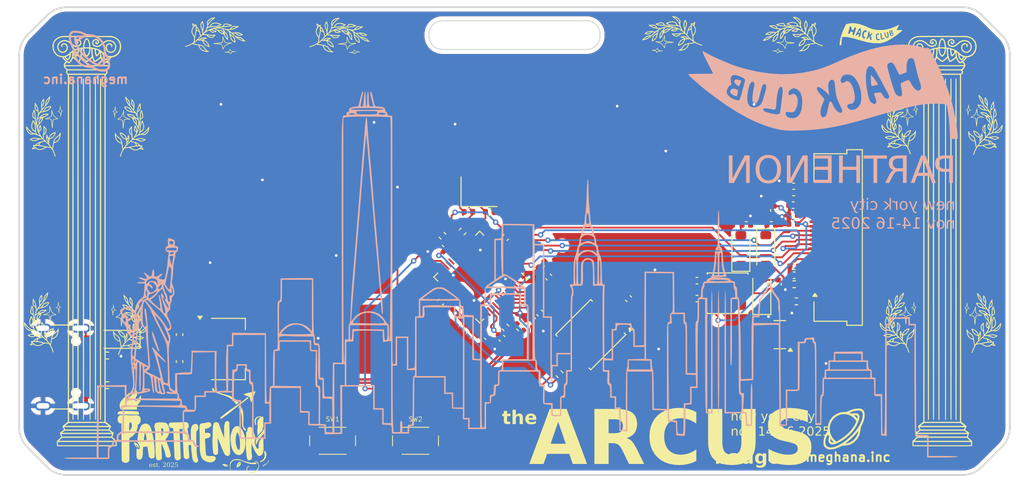
<source format=kicad_pcb>
(kicad_pcb (version 20241229) (generator "pcbnew") (generator_version "9.0")
  (title_block (title "Arcus Badge") (date "2025-10-24") (rev "2025-10-31") (company "Hack Club"))
  (layers (0 "F.Cu" signal) (2 "B.Cu" signal) (13 "F.Paste" user) (15 "B.Paste" user) (5 "F.SilkS" user "F.Silkscreen") (7 "B.SilkS" user "B.Silkscreen") (1 "F.Mask" user) (3 "B.Mask" user) (25 "Edge.Cuts" user))
  (net 0 "")
  (net 1 "Net-(U1-VCOM)")
  (net 2 "GND")
  (net 3 "Net-(U1-VSL)")
  (net 4 "/VGH")
  (net 5 "Net-(U1-VSH1)")
  (net 6 "Net-(U1-VDD)")
  (net 7 "+3V3")
  (net 8 "Net-(U1-VGL{slash}NC)")
  (net 9 "Net-(U1-VSH2)")
  (net 10 "/VGL")
  (net 11 "+1V1")
  (net 12 "/XIN")
  (net 13 "Net-(C26-Pad2)")
  (net 14 "Net-(D7-A)")
  (net 15 "Net-(D5-K)")
  (net 16 "Net-(U1-VPP)")
  (net 17 "+5V")
  (net 18 "Net-(D1-A)")
  (net 20 "/USB_D+")
  (net 21 "/USB_D-")
  (net 22 "Net-(J2-CC2)")
  (net 23 "Net-(J2-CC1)")
  (net 25 "/RESE")
  (net 26 "/GDR")
  (net 27 "Net-(U2-USB_DP)")
  (net 28 "Net-(U2-USB_DM)")
  (net 29 "Net-(R5-Pad1)")
  (net 30 "/XOUT")
  (net 31 "Net-(U2-RUN)")
  (net 32 "/NP2")
  (net 33 "/NP1")
  (net 35 "/D{slash}C")
  (net 36 "/CLK")
  (net 38 "/MOSI")
  (net 39 "/CS")
  (net 41 "/BUSY")
  (net 42 "/RST")
  (net 51 "/QSPI_SD2")
  (net 52 "/QSPI_SD1")
  (net 56 "/QSPI_SD0")
  (net 59 "/QSPI_CLK")
  (net 72 "/QSPI_SD3")
  (footprint "Capacitor_SMD:C_0402_1005Metric" (layer "F.Cu") (at 139.871142 75.743223)
    (property "Reference" "C26" (hide yes))
    (property "Value" "15pF")
  )
  (footprint "Resistor_SMD:R_0402_1005Metric" (layer "F.Cu") (at 145.6 88.6 135)
    (property "Reference" "R1" (hide yes))
    (property "Value" "27.4Ω")
  )
  (footprint "Resistor_SMD:R_0402_1005Metric" (layer "F.Cu") (at 176.062742 83.8 180)
    (property "Reference" "R11" (hide yes))
    (property "Value" "0.47Ω")
  )
  (footprint "Capacitor_SMD:C_0402_1005Metric" (layer "F.Cu") (at 176.062742 82.8)
    (property "Reference" "C8" (hide yes))
    (property "Value" "1μF")
  )
  (footprint "Capacitor_SMD:C_0402_1005Metric" (layer "F.Cu") (at 175.937258 76.1)
    (property "Reference" "C28" (hide yes))
    (property "Value" "1μF")
  )
  (footprint "LOGO" (layer "F.Cu") (at 111.6 56.4 -90)
    (property "Reference" "G***" (hide yes))
    (property "Value" "LOGO" (hide yes))
  )
  (footprint "Inductor_SMD:L_APV_ANR4018" (layer "F.Cu") (at 168.662742 84.8)
    (property "Reference" "L2" (hide yes))
    (property "Value" "10μH 1A")
  )
  (footprint "Capacitor_SMD:C_0402_1005Metric" (layer "F.Cu") (at 136.8 79.8 135)
    (property "Reference" "C22" (hide yes))
    (property "Value" "100nF")
  )
  (footprint "LOGO" (layer "F.Cu") (at 162.4 56.246336 90)
    (property "Reference" "G***" (hide yes))
    (property "Value" "LOGO" (hide yes))
  )
  (footprint "arcus:SW_Push_SPST_TSA016" (layer "F.Cu") (at 124.8 101.2)
    (property "Reference" "SW1")
    (property "Value" "SW_PUSH")
  )
  (footprint "LOGO" (layer "F.Cu") (at 102.2 66.186492)
    (property "Reference" "G***" (hide yes))
    (property "Value" "LOGO" (hide yes))
  )
  (footprint "Capacitor_SMD:C_0402_1005Metric" (layer "F.Cu") (at 174.262742 83.8 -90)
    (property "Reference" "C27" (hide yes))
    (property "Value" "4.7μF")
  )
  (footprint "Capacitor_SMD:C_0402_1005Metric" (layer "F.Cu") (at 173.8 75.6 90)
    (property "Reference" "C6" (hide yes))
    (property "Value" "100nF")
  )
  (footprint "Diode_SMD:D_SOD-123" (layer "F.Cu") (at 170.137258 80 90)
    (property "Reference" "D5" (hide yes))
    (property "Value" "MBR0530")
  )
  (footprint "Diode_SMD:D_SOD-123" (layer "F.Cu") (at 172.462742 84.8 90)
    (property "Reference" "D6" (hide yes))
    (property "Value" "MBR0530")
  )
  (footprint "arcus:SW_Push_SPST_TSA016" (layer "F.Cu") (at 134 101.2)
    (property "Reference" "SW2")
    (property "Value" "SW_Push")
  )
  (footprint "LOGO" (layer "F.Cu") (at 187.820365 88.223508)
    (property "Reference" "G***" (hide yes))
    (property "Value" "LOGO" (hide yes))
  )
  (footprint "Capacitor_SMD:C_0402_1005Metric" (layer "F.Cu") (at 142.251142 75.743223 180)
    (property "Reference" "C25" (hide yes))
    (property "Value" "15pF")
  )
  (footprint "LOGO" (layer "F.Cu") (at 109.2 99.8)
    (property "Reference" "G***" (hide yes))
    (property "Value" "LOGO" (hide yes))
  )
  (footprint "Package_TO_SOT_SMD:SOT-223-3_TabPin2" (layer "F.Cu") (at 113.2 91)
    (property "Reference" "U3" (hide yes))
    (property "Value" "AMS1117-3.3")
  )
  (footprint "Connector_USB:USB_C_Receptacle_GCT_USB4105-xx-A_16P_TopMnt_Horizontal" (layer "F.Cu") (at 93.71 93 -90)
    (property "Reference" "J2" (hide yes))
    (property "Value" "USB_C_Receptacle_USB2.0_16P")
  )
  (footprint "Capacitor_SMD:C_0402_1005Metric" (layer "F.Cu") (at 139.2 88.6 -135)
    (property "Reference" "C13" (hide yes))
    (property "Value" "1μF")
  )
  (footprint "Resistor_SMD:R_0402_1005Metric" (layer "F.Cu") (at 137 78.4 135)
    (property "Reference" "R7" (hide yes))
    (property "Value" "10kΩ")
  )
  (footprint "Capacitor_SMD:C_0402_1005Metric" (layer "F.Cu") (at 176 72.2)
    (property "Reference" "C1" (hide yes))
    (property "Value" "1μF")
  )
  (footprint "LOGO" (layer "F.Cu") (at 93.025055 66.41)
    (property "Reference" "G***" (hide yes))
    (property "Value" "LOGO" (hide yes))
  )
  (footprint "LOGO" (layer "F.Cu") (at 125.4 56.436661 -90)
    (property "Reference" "G***" (hide yes))
    (property "Value" "LOGO" (hide yes))
  )
  (footprint "Capacitor_SMD:C_0402_1005Metric" (layer "F.Cu") (at 165.262742 83.4 180)
    (property "Reference" "C29" (hide yes))
    (property "Value" "4.7μF")
  )
  (footprint "Capacitor_SMD:C_0402_1005Metric" (layer "F.Cu") (at 142 89.6 -45)
    (property "Reference" "C17" (hide yes))
    (property "Value" "100nF")
  )
  (footprint "Package_SO:SOIC-8_5.3x5.3mm_P1.27mm" (layer "F.Cu") (at 153.462742 89.4 -135)
    (property "Reference" "U4" (hide yes))
    (property "Value" "W25Q128JVSIQ")
  )
  (footprint "LOGO" (layer "F.Cu") (at 97.502235 80.700076)
    (property "Reference" "G***" (hide yes))
    (property "Value" "LOGO" (hide yes))
  )
  (footprint "Capacitor_SMD:C_0402_1005Metric" (layer "F.Cu") (at 173.5 77.2 180)
    (property "Reference" "C3" (hide yes))
    (property "Value" "1μF")
  )
  (footprint "Resistor_SMD:R_0402_1005Metric" (layer "F.Cu") (at 139.23 77.93 -135)
    (property "Reference" "R6" (hide yes))
    (property "Value" "1kΩ")
  )
  (footprint "LOGO" (layer "F.Cu") (at 175.8 56.313521 90)
    (property "Reference" "G***" (hide yes))
    (property "Value" "LOGO" (hide yes))
  )
  (footprint "Package_TO_SOT_SMD:SOT-23" (layer "F.Cu") (at 174.462742 89.4 180)
    (property "Reference" "Q3" (hide yes))
    (property "Value" "IRLML2060")
  )
  (footprint "Resistor_SMD:R_0402_1005Metric" (layer "F.Cu") (at 150 93.8 -45)
    (property "Reference" "R5" (hide yes))
    (property "Value" "1kΩ")
  )
  (footprint "Resistor_SMD:R_0402_1005Metric" (layer "F.Cu") (at 176.3 85.7 180)
    (property "Reference" "R10" (hide yes))
    (property "Value" "10kΩ")
  )
  (footprint "LOGO" (layer "F.Cu") (at 192.502235 80.700076)
    (property "Reference" "G***" (hide yes))
    (property "Value" "LOGO" (hide yes))
  )
  (footprint "LOGO" (layer "F.Cu") (at 92.8 88.2)
    (property "Reference" "G***" (hide yes))
    (property "Value" "LOGO" (hide yes))
  )
  (footprint "Capacitor_SMD:C_0402_1005Metric" (layer "F.Cu") (at 175.937258 75)
    (property "Reference" "C4" (hide yes))
    (property "Value" "1μF")
  )
  (footprint "Capacitor_SMD:C_0402_1005Metric" (layer "F.Cu") (at 143.6 89.8 -45)
    (property "Reference" "C21" (hide yes))
    (property "Value" "1μF")
  )
  (footprint "Capacitor_SMD:C_0402_1005Metric" (layer "F.Cu") (at 165.262742 85.4)
    (property "Reference" "C7")
    (property "Value" "1μF")
  )
  (footprint "LOGO" (layer "F.Cu") (at 184.6 56)
    (property "Reference" "G***" (hide yes))
    (property "Value" "LOGO" (hide yes))
  )
  (footprint "Capacitor_SMD:C_0402_1005Metric" (layer "F.Cu") (at 107.8 89.4 90)
    (property "Reference" "C11" (hide yes))
    (property "Value" "10μF")
  )
  (footprint "LOGO" (layer "F.Cu") (at 102.007838 88.2)
    (property "Reference" "G***" (hide yes))
    (property "Value" "LOGO" (hide yes))
  )
  (footprint "Capacitor_SMD:C_0402_1005Metric" (layer "F.Cu") (at 176.062742 81.8)
    (property "Reference" "C9" (hide yes))
    (property "Value" "1μF")
  )
  (footprint "LOGO" (layer "F.Cu") (at 196.787472 88)
    (property "Reference" "G***" (hide yes))
    (property "Value" "LOGO" (hide yes))
  )
  (footprint "Capacitor_SMD:C_0402_1005Metric" (layer "F.Cu") (at 147 87.8 -45)
    (property "Reference" "C16" (hide yes))
    (property "Value" "100nF")
  )
  (footprint "Resistor_SMD:R_0402_1005Metric" (layer "F.Cu") (at 99.785 91.72)
    (property "Reference" "R3" (hide yes))
    (property "Value" "5.1kΩ")
  )
  (footprint "Capacitor_SMD:C_0402_1005Metric" (layer "F.Cu") (at 136.8 85.8 -135)
    (property "Reference" "C20" (hide yes))
    (property "Value" "100nF")
  )
  (footprint "Capacitor_SMD:C_0402_1005Metric" (layer "F.Cu") (at 144 78.6 45)
    (property "Reference" "C18" (hide yes))
    (property "Value" "100nF")
  )
  (footprint "Capacitor_SMD:C_0402_1005Metric" (layer "F.Cu") (at 175.937258 77.1)
    (property "Reference" "C5" (hide yes))
    (property "Value" "1μF")
  )
  (footprint "arcus:LCSC_1x24-1MP_P0.5mm_Horizontal" (layer "F.Cu") (at 181.262742 78.6 90)
    (property "Reference" "U1" (hide yes))
    (property "Value" "AFC07-S24FCA-00")
  )
  (footprint "LOGO" (layer "F.Cu") (at 196.967107 65.976492)
    (property "Reference" "G***" (hide yes))
    (property "Value" "LOGO" (hide yes))
  )
  (footprint "Capacitor_SMD:C_0402_1005Metric" (layer "F.Cu") (at 140 89.4 -135)
    (property "Reference" "C19" (hide yes))
    (property "Value" "100nF")
  )
  (footprint "Resistor_SMD:R_0402_1005Metric" (layer "F.Cu") (at 144 88.6 135)
    (property "Reference" "R2" (hide yes))
    (property "Value" "27.4Ω")
  )
  (footprint "Capacitor_SMD:C_0402_1005Metric" (layer "F.Cu") (at 148 81.6 45)
    (property "Reference" "C15" (hide yes))
    (property "Value" "100nF")
  )
  (footprint "Capacitor_SMD:C_0402_1005Metric" (layer "F.Cu") (at 147.8 87 -45)
    (property "Reference" "C23" (hide yes))
    (property "Value" "100nF")
  )
  (footprint "Capacitor_SMD:C_0402_1005Metric" (layer "F.Cu") (at 176 73.6)
    (property "Reference" "C2" (hide yes))
    (property "Value" "1μF")
  )
  (footprint "Diode_SMD:D_SOD-123" (layer "F.Cu") (at 172.9 80 -90)
    (property "Reference" "D7" (hide yes))
    (property "Value" "MBR0530")
  )
  (footprint "LOGO" (layer "F.Cu") (at 181.6 100)
    (property "Reference" "G***" (hide yes))
    (property "Value" "LOGO" (hide yes))
  )
  (footprint "Resistor_SMD:R_0402_1005Metric" (layer "F.Cu") (at 99.8 95.02)
    (property "Reference" "R4" (hide yes))
    (property "Value" "5.1kΩ")
  )
  (footprint "Capacitor_SMD:C_0402_1005Metric" (layer "F.Cu") (at 170.737258 77.2 180)
    (property "Reference" "C10" (hide yes))
    (property "Value" "1μF")
  )
  (footprint "Crystal:Crystal_SMD_Abracon_ABM8G-4Pin_3.2x2.5mm" (layer "F.Cu") (at 141.06 73.51)
    (property "Reference" "Y1" (hide yes))
    (property "Value" "ABM8-272-T3")
  )
  (footprint "Diode_SMD:D_SOD-123" (layer "F.Cu") (at 101.055 89.92 180)
    (property "Reference" "D1" (hide yes))
    (property "Value" "MBR0530")
  )
  (footprint "LOGO" (layer "F.Cu") (at 188 66.2)
    (property "Reference" "G***" (hide yes))
    (property "Value" "LOGO" (hide yes))
  )
  (footprint "Capacitor_SMD:C_0402_1005Metric" (layer "F.Cu") (at 157.662742 85.4 135)
    (property "Reference" "C24" (hide yes))
    (property "Value" "100nF")
  )
  (footprint "Package_DFN_QFN:QFN-56-1EP_7x7mm_P0.4mm_EP3.2x3.2mm" (layer "F.Cu") (at 141.131371 83 -135)
    (property "Reference" "U2" (hide yes))
    (property "Value" "RP2040")
  )
  (footprint "Capacitor_SMD:C_0402_1005Metric" (layer "F.Cu") (at 148.8 83 -45)
    (property "Reference" "C14" (hide yes))
    (property "Value" "100nF")
  )
  (footprint "Capacitor_SMD:C_0402_1005Metric" (layer "F.Cu") (at 107.8 92.4 90)
    (property "Reference" "C12" (hide yes))
    (property "Value" "10μF")
  )
  (footprint "LOGO" (layer "B.Cu") (at 97.8 58 180)
    (property "Reference" "G***" (hide yes))
    (property "Value" "LOGO" (hide yes))
  )
  (footprint "LOGO" (layer "B.Cu") (at 146.488398 82.843587 180)
    (property "Reference" "G***" (hide yes))
    (property "Value" "LOGO" (hide yes))
  )
  (footprint "LOGO" (layer "B.Cu") (at 179.2 62.4 180)
    (property "Reference" "G***" (hide yes))
    (property "Value" "LOGO" (hide yes))
  )
  (gr_arc (start 90 58.242641) (mid 90.228348 57.094582) (end 90.878679 56.121321) (stroke (width 0.2)) (layer "Edge.Cuts"))
  (gr_arc (start 135.5 56) (mid 135.93934 54.93934) (end 137 54.5) (stroke (width 0.1)) (layer "Edge.Cuts"))
  (gr_line (start 194.757359 53) (end 95.242641 53) (stroke (width 0.2)) (layer "Edge.Cuts"))
  (gr_arc (start 153 54.5) (mid 154.06066 54.93934) (end 154.5 56) (stroke (width 0.1)) (layer "Edge.Cuts"))
  (gr_line (start 196.87868 53.87868) (end 199.121321 56.121321) (stroke (width 0.2)) (layer "Edge.Cuts"))
  (gr_arc (start 95.242641 105) (mid 94.09459 104.771638) (end 93.12132 104.12132) (stroke (width 0.2)) (layer "Edge.Cuts"))
  (gr_line (start 154.5 56) (end 154.5 56.2) (stroke (width 0.1)) (layer "Edge.Cuts"))
  (gr_arc (start 194.757359 53) (mid 195.90541 53.228362) (end 196.87868 53.87868) (stroke (width 0.2)) (layer "Edge.Cuts"))
  (gr_line (start 194.757359 105) (end 95.242641 105) (stroke (width 0.2)) (layer "Edge.Cuts"))
  (gr_arc (start 196.878679 104.121321) (mid 195.905407 104.771626) (end 194.757359 105) (stroke (width 0.2)) (layer "Edge.Cuts"))
  (gr_arc (start 90.878679 101.878679) (mid 90.228361 100.905409) (end 90 99.757359) (stroke (width 0.2)) (layer "Edge.Cuts"))
  (gr_arc (start 199.121321 56.121321) (mid 199.771626 57.094593) (end 200 58.242641) (stroke (width 0.2)) (layer "Edge.Cuts"))
  (gr_line (start 200 58.242641) (end 200 99.757359) (stroke (width 0.2)) (layer "Edge.Cuts"))
  (gr_arc (start 200 99.757359) (mid 199.771638 100.90541) (end 199.12132 101.87868) (stroke (width 0.2)) (layer "Edge.Cuts"))
  (gr_arc (start 154.5 56.2) (mid 154.06066 57.26066) (end 153 57.7) (stroke (width 0.1)) (layer "Edge.Cuts"))
  (gr_line (start 93.12132 53.87868) (end 90.878679 56.121321) (stroke (width 0.2)) (layer "Edge.Cuts"))
  (gr_line (start 199.12132 101.87868) (end 196.878679 104.121321) (stroke (width 0.2)) (layer "Edge.Cuts"))
  (gr_line (start 135.5 56.2) (end 135.5 56) (stroke (width 0.1)) (layer "Edge.Cuts"))
  (gr_line (start 153 57.7) (end 137 57.7) (stroke (width 0.1)) (layer "Edge.Cuts"))
  (gr_line (start 93.12132 104.12132) (end 90.878679 101.878679) (stroke (width 0.2)) (layer "Edge.Cuts"))
  (gr_line (start 90 58.242641) (end 90 99.757359) (stroke (width 0.2)) (layer "Edge.Cuts"))
  (gr_line (start 137 54.5) (end 153 54.5) (stroke (width 0.1)) (layer "Edge.Cuts"))
  (gr_arc (start 137 57.7) (mid 135.93934 57.26066) (end 135.5 56.2) (stroke (width 0.1)) (layer "Edge.Cuts"))
  (gr_arc (start 93.12132 53.87868) (mid 94.094593 53.228375) (end 95.242641 53) (stroke (width 0.2)) (layer "Edge.Cuts"))
  (gr_text "the" (at 143.6 99.6 0) (layer "F.SilkS") (effects (font (size 1.5 1.5) (thickness 0.3) (bold yes)) (justify left bottom)))
  (gr_text "new york city\nnov 14-16 2025" (at 169 100.8 0) (layer "F.SilkS") (effects (font (size 1 1) (thickness 0.1)) (justify left bottom)))
  (gr_text "badge" (at 167.2 104 0) (layer "F.SilkS") (effects (font (size 1.5 1.5) (thickness 0.3) (bold yes)) (justify left bottom)))
  (gr_text "est. 2025" (at 104.4 104.2 0) (layer "F.SilkS") (effects (font (size 0.5 0.5) (thickness 0.1)) (justify left bottom)))
  (gr_text "meghana.inc" (at 177.2 103.6 0) (layer "F.SilkS") (effects (font (size 1 1) (thickness 0.2) (bold yes)) (justify left bottom)))
  (gr_text "ARCUS" (at 146.6 104.8 0) (layer "F.SilkS") (effects (font (size 6 6) (thickness 0.3) (bold yes)) (justify left bottom)))
  (gr_text "meghana.inc" (at 102.2 61.6 -0) (layer "B.SilkS") (effects (font (size 1 1) (thickness 0.2) (bold yes)) (justify left bottom mirror)))
  (gr_text "PARTHENON" (at 194.093003 73.046866 0) (layer "B.SilkS") (effects (font (size 3 3) (thickness 0.1)) (justify left bottom mirror)))
  (gr_text "new york city\nnov 14-16 2025\n" (at 193.958095 77.837331 0) (layer "B.SilkS") (effects (font (size 1.25 1.25) (thickness 0.1)) (justify left bottom mirror)))
  (segment (start 176.48 72.2) (end 177.712742 72.2) (width 0.2) (layer "F.Cu") (net 1))
  (segment (start 177.712742 72.2) (end 178.362742 72.85) (width 0.2) (layer "F.Cu") (net 1))
  (segment (start 180.532742 71.2) (end 176.52 71.2) (width 0.2) (layer "F.Cu") (net 2))
  (segment (start 180.532742 76.3) (end 180.532742 71.2) (width 0.2) (layer "F.Cu") (net 2))
  (segment (start 173.271141 73.771141) (end 175.348859 73.771141) (width 0.2) (layer "F.Cu") (net 2))
  (segment (start 180.532742 85.95) (end 180.532742 76.3) (width 0.2) (layer "F.Cu") (net 2))
  (segment (start 139.391142 75.743223) (end 138.964 75.316081) (width 0.19) (layer "F.Cu") (net 2))
  (segment (start 171.462742 87.2) (end 169.2 87.2) (width 0.2) (layer "F.Cu") (net 2))
  (segment (start 165.782742 82.4) (end 164.782742 83.4) (width 0.2) (layer "F.Cu") (net 2))
  (segment (start 169.2 87.2) (end 168.2 86.2) (width 0.2) (layer "F.Cu") (net 2))
  (segment (start 167.8 82.4) (end 165.782742 82.4) (width 0.2) (layer "F.Cu") (net 2))
  (segment (start 157.125342 84.8626) (end 157.323331 85.060589) (width 0.2) (layer "F.Cu") (net 2))
  (segment (start 136.075 100.125) (end 122.725 100.125) (width 0.2) (layer "F.Cu") (net 2))
  (segment (start 107.8 91.92) (end 107.8 91.111) (width 0.19) (layer "F.Cu") (net 2))
  (segment (start 178.313742 80.899) (end 178.362742 80.85) (width 0.2) (layer "F.Cu") (net 2))
  (segment (start 177.679918 80.899) (end 178.313742 80.899) (width 0.2) (layer "F.Cu") (net 2))
  (segment (start 175.183732 84.284645) (end 175.183732 84.16901) (width 0.2) (layer "F.Cu") (net 2))
  (segment (start 110.05 88.7) (end 108.02 88.7) (width 0.2) (layer "F.Cu") (net 2))
  (segment (start 136.4 86.2) (end 136.460589 86.139411) (width 0.2) (layer "F.Cu") (net 2))
  (segment (start 172.462742 86.2) (end 172.462742 86.662742) (width 0.2) (layer "F.Cu") (net 2))
  (segment (start 175.183732 84.16901) (end 175.552742 83.8) (width 0.2) (layer "F.Cu") (net 2))
  (segment (start 164.782742 85.4) (end 164.443331 85.060589) (width 0.2) (layer "F.Cu") (net 2))
  (segment (start 97.39 89.255) (end 96.815 88.68) (width 0.2) (layer "F.Cu") (net 2))
  (segment (start 138.964 75.316081) (end 138.964 73.556) (width 0.19) (layer "F.Cu") (net 2))
  (segment (start 108.02 88.7) (end 107.8 88.92) (width 0.2) (layer "F.Cu") (net 2))
  (segment (start 174.08 77.1) (end 173.98 77.2) (width 0.2) (layer "F.Cu") (net 2))
  (segment (start 135.363641 80.163641) (end 135.363641 80.163638) (width 0.2) (layer "F.Cu") (net 2))
  (segment (start 101.22 91.72) (end 101.3 91.8) (width 0.19) (layer "F.Cu") (net 2))
  (segment (start 180.482742 76.35) (end 180.532742 76.3) (width 0.2) (layer "F.Cu") (net 2))
  (segment (start 99.13 96.2) (end 100.31 95.02) (width 0.2) (layer "F.Cu") (net 2))
  (segment (start 175.8 85.71) (end 175.79 85.7) (width 0.2) (layer "F.Cu") (net 2))
  (segment (start 176.52 71.2) (end 175.52 72.2) (width 0.2) (layer "F.Cu") (net 2))
  (segment (start 175.8 87) (end 175.8 85.71) (width 0.2) (layer "F.Cu") (net 2))
  (segment (start 175.457258 75) (end 175.457258 76.1) (width 0.19) (layer "F.Cu") (net 2))
  (segment (start 136.06669 79.460589) (end 136.460589 79.460589) (width 0.2) (layer "F.Cu") (net 2))
  (segment (start 154.652449 85.516216) (end 155.306065 84.8626) (width 0.2) (layer "F.Cu") (net 2))
  (segment (start 138.964 73.556) (end 139.86 72.66) (width 0.19) (layer "F.Cu") (net 2))
  (segment (start 135.363641 80.163638) (end 136.06669 79.460589) (width 0.2) (layer "F.Cu") (net 2))
  (segment (start 172.462742 86.662742) (end 173.2 87.4) (width 0.2) (layer "F.Cu") (net 2))
  (segment (start 139.86 72.66) (end 139.96 72.66) (width 0.19) (layer "F.Cu") (net 2))
  (segment (start 155.306065 84.8626) (end 157.125342 84.8626) (width 0.2) (layer "F.Cu") (net 2))
  (segment (start 92.635 97.32) (end 96.815 97.32) (width 0.2) (layer "F.Cu") (net 2))
  (segment (start 175.072742 84.395635) (end 175.183732 84.284645) (width 0.2) (layer "F.Cu") (net 2))
  (segment (start 92.635 88.68) (end 96.815 88.68) (width 0.2) (layer "F.Cu") (net 2))
  (segment (start 100.295 91.72) (end 101.22 91.72) (width 0.19) (layer "F.Cu") (net 2))
  (segment (start 142.539411 90.139411) (end 142.339411 89.939411) (width 0.2) (layer "F.Cu") (net 2))
  (segment (start 172.4 74) (end 173.042282 74) (width 0.2) (layer "F.Cu") (net 2))
  (segment (start 168.2 82.8) (end 167.8 82.4) (width 0.2) (layer "F.Cu") (net 2))
  (segment (start 175.552742 81.83) (end 175.582742 81.8) (width 0.2) (layer "F.Cu") (net 2))
  (segment (start 164.443331 85.060589) (end 157.323331 85.060589) (width 0.2) (layer "F.Cu") (net 2))
  (segment (start 107.8 91.111) (end 107.189 90.5) (width 0.19) (layer "F.Cu") (net 2))
  (segment (start 175.348859 73.771141) (end 175.52 73.6) (width 0.2) (layer "F.Cu") (net 2))
  (segment (start 177.578918 81) (end 177.679918 80.899) (width 0.2) (layer "F.Cu") (net 2))
  (segment (start 175.552742 83.8) (end 175.552742 81.83) (width 0.2) (layer "F.Cu") (net 2))
  (segment (start 148.339411 81.260589) (end 148.460589 81.260589) (width 0.19) (layer "F.Cu") (net 2))
  (segment (start 97.39 96.2) (end 97.39 96.745) (width 0.2) (layer "F.Cu") (net 2))
  (segment (start 172.462742 86.2) (end 171.462742 87.2) (width 0.2) (layer "F.Cu") (net 2))
  (segment (start 171.2 77.182742) (end 171.217258 77.2) (width 0.2) (layer "F.Cu") (net 2))
  (segment (start 175.582742 81.8) (end 176.382742 81) (width 0.2) (layer "F.Cu") (net 2))
  (segment (start 174.4 72.3) (end 175.42 72.3) (width 0.2) (layer "F.Cu") (net 2))
  (segment (start 107.189 90.5) (end 107.189 89.531) (width 0.2) (layer "F.Cu") (net 2))
  (segment (start 168.2 86.2) (end 168.2 82.8) (width 0.2) (layer "F.Cu") (net 2))
  (segment (start 171.2 76.2) (end 171.2 77.182742) (width 0.2) (layer "F.Cu") (net 2))
  (segment (start 178.362742 76.35) (end 180.482742 76.35) (width 0.2) (layer "F.Cu") (net 2))
  (segment (start 143.939411 90.139411) (end 142.539411 90.139411) (width 0.2) (layer "F.Cu") (net 2))
  (segment (start 97.39 96.2) (end 99.13 96.2) (width 0.2) (layer "F.Cu") (net 2))
  (segment (start 175.42 72.3) (end 175.52 72.2) (width 0.2) (layer "F.Cu") (net 2))
  (segment (start 97.39 89.8) (end 97.39 89.255) (width 0.2) (layer "F.Cu") (net 2))
  (segment (start 173.042282 74) (end 173.271141 73.771141) (width 0.2) (layer "F.Cu") (net 2))
  (segment (start 97.39 96.745) (end 96.815 97.32) (width 0.2) (layer "F.Cu") (net 2))
  (segment (start 176.382742 81) (end 177.578918 81) (width 0.2) (layer "F.Cu") (net 2))
  (segment (start 107.189 89.531) (end 107.8 88.92) (width 0.2) (layer "F.Cu") (net 2))
  (via (at 173.2 87.4) (size 0.6) (drill 0.3) (layers "F.Cu" "B.Cu") (net 2))
  (via (at 171.2 76.2) (size 0.6) (drill 0.3) (layers "F.Cu" "B.Cu") (net 2))
  (via (at 140.5 85.6) (size 0.6) (drill 0.3) (layers "F.Cu" "B.Cu") (net 2))
  (via (at 161.8 68.992462) (size 0.6) (drill 0.3) (layers "F.Cu" "B.Cu") (net 2))
  (via (at 172.4 74) (size 0.6) (drill 0.3) (layers "F.Cu" "B.Cu") (net 2))
  (via (at 174.4 72.3) (size 0.6) (drill 0.3) (layers "F.Cu" "B.Cu") (net 2))
  (via (at 117 72.2) (size 0.6) (drill 0.3) (layers "F.Cu" "B.Cu") (net 2))
  (via (at 156.4 64) (size 0.6) (drill 0.3) (layers "F.Cu" "B.Cu") (net 2))
  (via (at 135.363641 80.163641) (size 0.6) (drill 0.3) (layers "F.Cu" "B.Cu") (net 2))
  (via (at 129.4 65.8) (size 0.6) (drill 0.3) (layers "F.Cu" "B.Cu") (net 2))
  (via (at 123.2 89.8) (size 0.6) (drill 0.3) (layers "F.Cu" "B.Cu") (net 2))
  (via (at 101.3 91.8) (size 0.6) (drill 0.3) (layers "F.Cu" "B.Cu") (net 2))
  (via (at 125.2 80.6) (size 0.6) (drill 0.3) (layers "F.Cu" "B.Cu") (net 2))
  (via (at 111.2 81.4) (size 0.6) (drill 0.3) (layers "F.Cu" "B.Cu") (net 2))
  (via (at 161 91) (size 0.6) (drill 0.3) (layers "F.Cu" "B.Cu") (net 2))
  (via (at 138.2 82.8) (size 0.6) (drill 0.3) (layers "F.Cu" "B.Cu") (net 2))
  (via (at 175.072742 84.395635) (size 0.6) (drill 0.3) (layers "F.Cu" "B.Cu") (net 2))
  (via (at 141.2 80) (size 0.6) (drill 0.3) (layers "F.Cu" "B.Cu") (net 2))
  (via (at 112.4 63.8) (size 0.6) (drill 0.3) (layers "F.Cu" "B.Cu") (net 2))
  (via (at 174.7 76.3) (size 0.6) (drill 0.3) (layers "F.Cu" "B.Cu") (net 2))
  (via (at 132 73) (size 0.6) (drill 0.3) (layers "F.Cu" "B.Cu") (net 2))
  (via (at 160.6 82.2) (size 0.6) (drill 0.3) (layers "F.Cu" "B.Cu") (net 2))
  (via (at 148.2 89) (size 0.6) (drill 0.3) (layers "F.Cu" "B.Cu") (net 2))
  (via (at 142.8 91) (size 0.6) (drill 0.3) (layers "F.Cu" "B.Cu") (net 2))
  (via (at 175.8 87) (size 0.6) (drill 0.3) (layers "F.Cu" "B.Cu") (net 2))
  (via (at 138.4 66) (size 0.6) (drill 0.3) (layers "F.Cu" "B.Cu") (net 2))
  (via (at 171.6 63.8) (size 0.6) (drill 0.3) (layers "F.Cu" "B.Cu") (net 2))
  (via (at 179.6 92.6) (size 0.6) (drill 0.3) (layers "F.Cu" "B.Cu") (net 2))
  (via (at 144 83.2) (size 0.6) (drill 0.3) (layers "F.Cu" "B.Cu") (net 2))
  (segment (start 174.6 84.791271) (end 174.6 87.4) (width 0.2) (layer "B.Cu") (net 2))
  (segment (start 175.4 87.4) (end 174.6 87.4) (width 0.2) (layer "B.Cu") (net 2))
  (segment (start 174.995636 84.395635) (end 174.6 84.791271) (width 0.2) (layer "B.Cu") (net 2))
  (segment (start 175.8 87) (end 175.4 87.4) (width 0.2) (layer "B.Cu") (net 2))
  (segment (start 173.2 87.4) (end 174.6 87.4) (width 0.2) (layer "B.Cu") (net 2))
  (segment (start 175.072742 84.395635) (end 174.995636 84.395635) (width 0.2) (layer "B.Cu") (net 2))
  (segment (start 176.93 73.85) (end 176.48 73.4) (width 0.2) (layer "F.Cu") (net 3))
  (segment (start 178.362742 73.85) (end 176.93 73.85) (width 0.2) (layer "F.Cu") (net 3))
  (segment (start 173.45 74.35) (end 172.9 74.9) (width 0.2) (layer "F.Cu") (net 4))
  (segment (start 178.362742 74.35) (end 173.45 74.35) (width 0.2) (layer "F.Cu") (net 4))
  (segment (start 172.9 74.9) (end 172.9 78.6) (width 0.2) (layer "F.Cu") (net 4))
  (segment (start 178.362742 74.85) (end 176.567258 74.85) (width 0.2) (layer "F.Cu") (net 5))
  (segment (start 176.567258 74.85) (end 176.417258 75) (width 0.2) (layer "F.Cu") (net 5))
  (segment (start 177.728918 75.85) (end 176.478918 77.1) (width 0.2) (layer "F.Cu") (net 6))
  (segment (start 178.362742 75.85) (end 177.728918 75.85) (width 0.2) (layer "F.Cu") (net 6))
  (segment (start 176.478918 77.1) (end 176.417258 77.1) (width 0.2) (layer "F.Cu") (net 6))
  (segment (start 158.273742 86.011) (end 165.109292 86.011) (width 0.2) (layer "F.Cu") (net 7))
  (segment (start 173.8 75.12) (end 174.42 75.12) (width 0.2) (layer "F.Cu") (net 7))
  (segment (start 143.660589 77.660589) (end 143.660589 78.939411) (width 0.2) (layer "F.Cu") (net 7))
  (segment (start 152.273035 93.283784) (end 151.396195 94.160624) (width 0.2) (layer "F.Cu") (net 7))
  (segment (start 157.346526 88.210293) (end 158.002153 87.554666) (width 0.2) (layer "F.Cu") (net 7))
  (segment (start 147.660589 81.939411) (end 147.192202 82.407798) (width 0.2) (layer "F.Cu") (net 7))
  (segment (start 165.109292 86.011) (end 165.742742 85.37755) (width 0.2) (layer "F.Cu") (net 7))
  (segment (start 146.6 83) (end 146.6 82.407798) (width 0.2) (layer "F.Cu") (net 7))
  (segment (start 166.042742 84.8) (end 165.742742 84.5) (width 0.2) (layer "F.Cu") (net 7))
  (segment (start 137.256569 85.460589) (end 137.139411 85.460589) (width 0.19) (layer "F.Cu") (net 7))
  (segment (start 116.35 91) (end 110.05 91) (width 0.2) (layer "F.Cu") (net 7))
  (segment (start 146.139411 87.460589) (end 146.660589 87.460589) (width 0.2) (layer "F.Cu") (net 7))
  (segment (start 143.420629 85.572101) (end 142.748528 84.9) (width 0.2) (layer "F.Cu") (net 7))
  (segment (start 165.742742 83.4) (end 165.742742 84.5) (width 0.2) (layer "F.Cu") (net 7))
  (segment (start 121.889411 85.460589) (end 132 85.460589) (width 0.2) (layer "F.Cu") (net 7))
  (segment (start 142.854944 79.862214) (end 143.660589 79.056569) (width 0.19) (layer "F.Cu") (net 7))
  (segment (start 146.6 82.407798) (end 145.400528 82.407798) (width 0.2) (layer "F.Cu") (net 7))
  (segment (start 138 76.2) (end 138 77.4) (width 0.2) (layer "F.Cu") (net 7))
  (segment (start 108.93 89.88) (end 110.05 91) (width 0.2) (layer "F.Cu") (net 7))
  (segment (start 157.346526 88.210293) (end 152.273035 93.283784) (width 0.2) (layer "F.Cu") (net 7))
  (segment (start 107.8 89.88) (end 108.93 89.88) (width 0.2) (layer "F.Cu") (net 7))
  (segment (start 139.539411 88.260589) (end 139.549151 88.260589) (width 0.2) (layer "F.Cu") (net 7))
  (segment (start 143.660589 79.056569) (end 143.660589 78.939411) (width 0.19) (layer "F.Cu") (net 7))
  (segment (start 142.9 76.9) (end 143.660589 77.660589) (width 0.2) (layer "F.Cu") (net 7))
  (segment (start 149 95) (end 149.839376 94.160624) (width 0.2) (layer "F.Cu") (net 7))
  (segment (start 165.742742 84.5) (end 165.742742 85.4) (width 0.2) (layer "F.Cu") (net 7))
  (segment (start 137.802358 79.95383) (end 138.55927 80.710742) (width 0.2) (layer "F.Cu") (net 7))
  (segment (start 141.4 86.381314) (end 142.005708 86.987022) (width 0.2) (layer "F.Cu") (net 7))
  (segment (start 145.678822 87) (end 146.139411 87.460589) (width 0.2) (layer "F.Cu") (net 7))
  (segment (start 158.002153 87.554666) (end 158.002153 85.739411) (width 0.2) (layer "F.Cu") (net 7))
  (segment (start 137.139411 85.460589) (end 137.139411 85.539411) (width 0.2) (layer "F.Cu") (net 7))
  (segment (start 149.839376 94.160624) (end 150.360624 94.160624) (width 0.2) (layer "F.Cu") (net 7))
  (segment (start 145.400528 83.592202) (end 147.528976 83.592202) (width 0.2) (layer "F.Cu") (net 7))
  (segment (start 147.192202 82.407798) (end 146.6 82.407798) (width 0.2) (layer "F.Cu") (net 7))
  (segment (start 139.549151 88.260589) (end 140.539876 87.269864) (width 0.2) (layer "F.Cu") (net 7))
  (segment (start 145.6 87) (end 145.678822 87) (width 0.2) (layer "F.Cu") (net 7))
  (segment (start 116.35 91) (end 121.889411 85.460589) (width 0.2) (layer "F.Cu") (net 7))
  (segment (start 167.6 87.4) (end 167.162742 86.962742) (width 0.2) (layer "F.Cu") (net 7))
  (segment (start 178.362742 77.35) (end 177.55 77.35) (width 0.2) (layer "F.Cu") (net 7))
  (segment (start 167.6 87.8) (end 167.6 87.4) (width 0.2) (layer "F.Cu") (net 7))
  (segment (start 143.138494 85.854236) (end 143.420629 85.572101) (width 0.2) (layer "F.Cu") (net 7))
  (segment (start 137.802358 79.202358) (end 137.802358 79.95383) (width 0.2) (layer "F.Cu") (net 7))
  (segment (start 142.005708 86.987022) (end 141.723573 87.269157) (width 0.2) (layer "F.Cu") (net 7))
  (segment (start 147.660589 81.939411) (end 147.739411 81.939411) (width 0.2) (layer "F.Cu") (net 7))
  (segment (start 174.42 75.12) (end 174.6 75.3) (width 0.2) (layer "F.Cu") (net 7))
  (segment (start 138.4 75.8) (end 138 76.2) (width 0.2) (layer "F.Cu") (net 7))
  (segment (start 144.847114 87) (end 143.419922 85.572808) (width 0.2) (layer "F.Cu") (net 7))
  (segment (start 178.362742 76.85) (end 178.362742 77.35) (width 0.2) (layer "F.Cu") (net 7))
  (segment (start 140.339411 89.060589) (end 139.539411 88.260589) (width 0.2) (layer "F.Cu") (net 7))
  (segment (start 138 77.4) (end 138 77) (width 0.2) (layer "F.Cu") (net 7))
  (segment (start 138 77) (end 135.6 77) (width 0.2) (layer "F.Cu") (net 7))
  (segment (start 145.6 87) (end 144.847114 87) (width 0.2) (layer "F.Cu") (net 7))
  (segment (start 141.4 85.967159) (end 141.4 86.381314) (width 0.2) (layer "F.Cu") (net 7))
  (segment (start 167.162742 86.962742) (end 167.162742 84.8) (width 0.2) (layer "F.Cu") (net 7))
  (segment (start 147.528976 83.592202) (end 148.460589 82.660589) (width 0.2) (layer "F.Cu") (net 7))
  (segment (start 137.993585 84.723573) (end 137.256569 85.460589) (width 0.19) (layer "F.Cu") (net 7))
  (segment (start 142.467159 84.9) (end 141.4 85.967159) (width 0.2) (layer "F.Cu") (net 7))
  (segment (start 167.162742 84.8) (end 166.042742 84.8) (width 0.2) (layer "F.Cu") (net 7))
  (segment (start 166.762742 84.4) (end 167.162742 84.8) (width 0.2) (layer "F.Cu") (net 7))
  (segment (start 142.748528 84.9) (end 142.467159 84.9) (width 0.2) (layer "F.Cu") (net 7))
  (segment (start 177.55 77.35) (end 177.313724 77.113724) (width 0.2) (layer "F.Cu") (net 7))
  (segment (start 137.360624 78.760624) (end 138 78.121248) (width 0.2) (layer "F.Cu") (net 7))
  (segment (start 151.396195 94.160624) (end 150.360624 94.160624) (width 0.2) (layer "F.Cu") (net 7))
  (segment (start 158.002153 85.739411) (end 158.273742 86.011) (width 0.2) (layer "F.Cu") (net 7))
  (segment (start 137.360624 78.760624) (end 137.802358 79.202358) (width 0.2) (layer "F.Cu") (net 7))
  (segment (start 147.739411 81.939411) (end 148.460589 82.660589) (width 0.2) (layer "F.Cu") (net 7))
  (segment (start 132 85.460589) (end 137.139411 85.460589) (width 0.2) (layer "F.Cu") (net 7))
  (segment (start 135.6 77) (end 132 80.6) (width 0.2) (layer "F.Cu") (net 7))
  (segment (start 132 80.6) (end 132 85.460589) (width 0.2) (layer "F.Cu") (net 7))
  (segment (start 138 78.121248) (end 138 77.4) (width 0.2) (layer "F.Cu") (net 7))
  (via (at 138.45 87.01) (size 0.6) (drill 0.3) (layers "F.Cu" "B.Cu") (net 7))
  (via (at 174.6 75.3) (size 0.6) (drill 0.3) (layers "F.Cu" "B.Cu") (net 7))
  (via (at 142.9 76.9) (size 0.6) (drill 0.3) (layers "F.Cu" "B.Cu") (net 7))
  (via (at 145.6 87) (size 0.6) (drill 0.3) (layers "F.Cu" "B.Cu") (net 7))
  (via (at 177.313724 77.113724) (size 0.6) (drill 0.3) (layers "F.Cu" "B.Cu") (net 7))
  (via (at 167.6 87.8) (size 0.6) (drill 0.3) (layers "F.Cu" "B.Cu") (net 7))
  (via (at 149 95) (size 0.6) (drill 0.3) (layers "F.Cu" "B.Cu") (net 7))
  (via (at 146.6 83) (size 0.6) (drill 0.3) (layers "F.Cu" "B.Cu") (net 7))
  (via (at 138.4 75.8) (size 0.6) (drill 0.3) (layers "F.Cu" "B.Cu") (net 7))
  (segment (start 138.45 87.01) (end 138.45 88.05) (width 0.2) (layer "B.Cu") (net 7))
  (segment (start 177.401 77.201) (end 177.401 79.798943) (width 0.2) (layer "B.Cu") (net 7))
  (segment (start 169.399943 87.8) (end 167.6 87.8) (width 0.2) (layer "B.Cu") (net 7))
  (segment (start 145.6 87) (end 145.6 87.75147) (width 0.2) (layer "B.Cu") (net 7))
  (segment (start 177.401 79.798943) (end 169.399943 87.8) (width 0.2) (layer "B.Cu") (net 7))
  (segment (start 138.45 88.05) (end 142.8 92.4) (width 0.2) (layer "B.Cu") (net 7))
  (segment (start 142.9 76.9) (end 141.8 75.8) (width 0.2) (layer "B.Cu") (net 7))
  (segment (start 141.8 75.8) (end 138.4 75.8) (width 0.2) (layer "B.Cu") (net 7))
  (segment (start 146.6 88.75147) (end 146.6 92.6) (width 0.2) (layer "B.Cu") (net 7))
  (segment (start 176.413724 77.113724) (end 177.313724 77.113724) (width 0.2) (layer "B.Cu") (net 7))
  (segment (start 149 95) (end 146.6 92.6) (width 0.2) (layer "B.Cu") (net 7))
  (segment (start 145.6 87) (end 145.6 84) (width 0.2) (layer "B.Cu") (net 7))
  (segment (start 146.4 92.4) (end 146.6 92.6) (width 0.2) (layer "B.Cu") (net 7))
  (segment (start 145.6 87.75147) (end 146.6 88.75147) (width 0.2) (layer "B.Cu") (net 7))
  (segment (start 174.6 75.3) (end 176.413724 77.113724) (width 0.2) (layer "B.Cu") (net 7))
  (segment (start 142.8 92.4) (end 146.4 92.4) (width 0.2) (layer "B.Cu") (net 7))
  (segment (start 177.313724 77.113724) (end 177.401 77.201) (width 0.2) (layer "B.Cu") (net 7))
  (segment (start 145.6 84) (end 146.6 83) (width 0.2) (layer "B.Cu") (net 7))
  (segment (start 176.542742 82.8) (end 178.312742 82.8) (width 0.2) (layer "F.Cu") (net 8))
  (segment (start 178.312742 82.8) (end 178.362742 82.85) (width 0.2) (layer "F.Cu") (net 8))
  (segment (start 176.542742 81.8) (end 177.092742 82.35) (width 0.2) (layer "F.Cu") (net 9))
  (segment (start 177.092742 82.35) (end 178.362742 82.35) (width 0.2) (layer "F.Cu") (net 9))
  (segment (start 178.362742 73.35) (end 177.55 73.35) (width 0.2) (layer "F.Cu") (net 10))
  (segment (start 177.55 73.35) (end 177.1 72.9) (width 0.2) (layer "F.Cu") (net 10))
  (segment (start 172.3 72.9) (end 170.137258 75.062742) (width 0.2) (layer "F.Cu") (net 10))
  (segment (start 170.137258 75.062742) (end 170.137258 78.6) (width 0.2) (layer "F.Cu") (net 10))
  (segment (start 177.1 72.9) (end 172.3 72.9) (width 0.2) (layer "F.Cu") (net 10))
  (segment (start 143.703472 85.289258) (end 143.233195 84.818981) (width 0.2) (layer "F.Cu") (net 11))
  (segment (start 142.992186 87.407814) (end 142.996 87.411628) (width 0.19) (layer "F.Cu") (net 11))
  (segment (start 137.060589 80.139411) (end 136.6 80.6) (width 0.2) (layer "F.Cu") (net 11))
  (segment (start 142.7 88.9) (end 142.4 88.6) (width 0.2) (layer "F.Cu") (net 11))
  (segment (start 138.276427 80.993585) (end 137.422253 80.139411) (width 0.19) (layer "F.Cu") (net 11))
  (segment (start 147.460589 86.660589) (end 147.2 86.4) (width 0.2) (layer "F.Cu") (net 11))
  (segment (start 142.996 87.804) (end 142.4 88.4) (width 0.19) (layer "F.Cu") (net 11))
  (segment (start 147.2 86.4) (end 144.81563 86.4) (width 0.2) (layer "F.Cu") (net 11))
  (segment (start 144.81563 86.4) (end 144.807815 86.392185) (width 0.2) (layer "F.Cu") (net 11))
  (segment (start 142.289258 86.704886) (end 142.992186 87.407814) (width 0.19) (layer "F.Cu") (net 11))
  (segment (start 137.139411 80.139411) (end 137.060589 80.139411) (width 0.2) (layer "F.Cu") (net 11))
  (segment (start 143.260589 89.460589) (end 142.7 88.9) (width 0.2) (layer "F.Cu") (net 11))
  (segment (start 142.996 87.411628) (end 142.996 87.804) (width 0.19) (layer "F.Cu") (net 11))
  (segment (start 142.992186 87.407814) (end 142.667755 87.083383) (width 0.2) (layer "F.Cu") (net 11))
  (segment (start 143.703472 85.289258) (end 143.704888 85.289258) (width 0.1) (layer "F.Cu") (net 11))
  (segment (start 142.4 88.6) (end 142.4 88.4) (width 0.2) (layer "F.Cu") (net 11))
  (segment (start 142.289258 86.703472) (end 142.289258 86.704886) (width 0.19) (layer "F.Cu") (net 11))
  (segment (start 143.704888 85.289258) (end 144.807815 86.392185) (width 0.2) (layer "F.Cu") (net 11))
  (segment (start 143.233195 84.818981) (end 143.233195 84.442571) (width 0.2) (layer "F.Cu") (net 11))
  (segment (start 137.422253 80.139411) (end 137.139411 80.139411) (width 0.19) (layer "F.Cu") (net 11))
  (via (at 143.233195 84.442571) (size 0.6) (drill 0.3) (layers "F.Cu" "B.Cu") (net 11))
  (via (at 142.7 88.9) (size 0.6) (drill 0.3) (layers "F.Cu" "B.Cu") (net 11))
  (via (at 136.6 80.6) (size 0.6) (drill 0.3) (layers "F.Cu" "B.Cu") (net 11))
  (segment (start 143.233195 84.442571) (end 142.300738 85.375028) (width 0.2) (layer "B.Cu") (net 11))
  (segment (start 141.624972 85.375028) (end 142.7 86.450056) (width 0.2) (layer "B.Cu") (net 11))
  (segment (start 136.849943 80.6) (end 141.624972 85.375028) (width 0.2) (layer "B.Cu") (net 11))
  (segment (start 142.300738 85.375028) (end 141.624972 85.375028) (width 0.2) (layer "B.Cu") (net 11))
  (segment (start 142.7 86.450056) (end 142.7 88.9) (width 0.2) (layer "B.Cu") (net 11))
  (segment (start 136.6 80.6) (end 136.849943 80.6) (width 0.2) (layer "B.Cu") (net 11))
  (segment (start 142.06 72.66) (end 142.16 72.66) (width 0.19) (layer "F.Cu") (net 12))
  (segment (start 141.164 73.556) (end 142.06 72.66) (width 0.19) (layer "F.Cu") (net 12))
  (segment (start 138.751459 79.777215) (end 139.342122 80.367878) (width 0.19) (layer "F.Cu") (net 12))
  (segment (start 141.771142 76.461544) (end 138.751459 79.481227) (width 0.19) (layer "F.Cu") (net 12))
  (segment (start 141.771142 75.743223) (end 141.164 75.136081) (width 0.19) (layer "F.Cu") (net 12))
  (segment (start 141.771142 75.743223) (end 141.771142 76.461544) (width 0.19) (layer "F.Cu") (net 12))
  (segment (start 138.751459 79.481227) (end 138.751459 79.777215) (width 0.19) (layer "F.Cu") (net 12))
  (segment (start 141.164 75.136081) (end 141.164 73.556) (width 0.19) (layer "F.Cu") (net 12))
  (segment (start 139.96 75.352081) (end 140.351142 75.743223) (width 0.19) (layer "F.Cu") (net 13))
  (segment (start 139.96 74.36) (end 139.96 75.352081) (width 0.19) (layer "F.Cu") (net 13))
  (segment (start 140.351142 75.743223) (end 140.351142 76.018858) (width 0.19) (layer "F.Cu") (net 13))
  (segment (start 140.351142 76.018858) (end 139.590624 76.779376) (width 0.19) (layer "F.Cu") (net 13))
  (segment (start 139.590624 76.779376) (end 139.590624 77.569376) (width 0.19) (layer "F.Cu") (net 13))
  (segment (start 170.162742 84.8) (end 172.8 84.8) (width 0.2) (layer "F.Cu") (net 14))
  (segment (start 173.32 84.28) (end 174.262742 84.28) (width 0.2) (layer "F.Cu") (net 14))
  (segment (start 173.280292 81.4) (end 174.873742 82.99345) (width 0.2) (layer "F.Cu") (net 14))
  (segment (start 172.8 84.8) (end 173.32 84.28) (width 0.2) (layer "F.Cu") (net 14))
  (segment (start 174.873742 82.99345) (end 174.873742 83.669) (width 0.2) (layer "F.Cu") (net 14))
  (segment (start 174.262742 88.6625) (end 173.525242 89.4) (width 0.2) (layer "F.Cu") (net 14))
  (segment (start 174.873742 83.669) (end 174.262742 84.28) (width 0.2) (layer "F.Cu") (net 14))
  (segment (start 172.9 81.4) (end 173.280292 81.4) (width 0.2) (layer "F.Cu") (net 14))
  (segment (start 174.262742 84.28) (end 174.262742 88.6625) (width 0.2) (layer "F.Cu") (net 14))
  (segment (start 172.137258 83.4) (end 172.462742 83.4) (width 0.2) (layer "F.Cu") (net 15))
  (segment (start 174.262742 83.32) (end 172.542742 83.32) (width 0.2) (layer "F.Cu") (net 15))
  (segment (start 170.137258 81.4) (end 172.137258 83.4) (width 0.2) (layer "F.Cu") (net 15))
  (segment (start 172.542742 83.32) (end 172.462742 83.4) (width 0.2) (layer "F.Cu") (net 15))
  (segment (start 177.65 75.35) (end 176.9 76.1) (width 0.2) (layer "F.Cu") (net 16))
  (segment (start 176.9 76.1) (end 176.417258 76.1) (width 0.2) (layer "F.Cu") (net 16))
  (segment (start 178.362742 75.35) (end 177.65 75.35) (width 0.2) (layer "F.Cu") (net 16))
  (segment (start 110.05 93.3) (end 108.22 93.3) (width 0.2) (layer "F.Cu") (net 17))
  (segment (start 102.455 89.92) (end 104.84 89.92) (width 0.2) (layer "F.Cu") (net 17))
  (segment (start 109.63 92.88) (end 110.05 93.3) (width 0.2) (layer "F.Cu") (net 17))
  (segment (start 108.22 93.3) (end 107.8 92.88) (width 0.2) (layer "F.Cu") (net 17))
  (segment (start 104.84 89.92) (end 107.8 92.88) (width 0.2) (layer "F.Cu") (net 17))
  (segment (start 96.595008 90.786) (end 96.034992 90.786) (width 0.2) (layer "F.Cu") (net 18))
  (segment (start 94.8 93.909496) (end 96.104504 95.214) (width 0.2) (layer "F.Cu") (net 18))
  (segment (start 96.104504 95.214) (end 96.595008 95.214) (width 0.2) (layer "F.Cu") (net 18))
  (segment (start 96.781008 95.4) (end 97.39 95.4) (width 0.2) (layer "F.Cu") (net 18))
  (segment (start 98.975 90.6) (end 97.39 90.6) (width 0.2) (layer "F.Cu") (net 18))
  (segment (start 96.034992 90.786) (end 96.024496 90.775504) (width 0.2) (layer "F.Cu") (net 18))
  (segment (start 96.781008 90.6) (end 96.595008 90.786) (width 0.2) (layer "F.Cu") (net 18))
  (segment (start 94.8 92) (end 94.8 93.909496) (width 0.2) (layer "F.Cu") (net 18))
  (segment (start 96.024496 90.775504) (end 94.8 92) (width 0.2) (layer "F.Cu") (net 18))
  (segment (start 97.39 90.6) (end 96.781008 90.6) (width 0.2) (layer "F.Cu") (net 18))
  (segment (start 96.595008 95.214) (end 96.781008 95.4) (width 0.2) (layer "F.Cu") (net 18))
  (segment (start 99.655 89.92) (end 98.975 90.6) (width 0.2) (layer "F.Cu") (net 18))
  (segment (start 98.252501 93.75) (end 98.319021 93.68348) (width 0.265) (layer "F.Cu") (net 20))
  (segment (start 140.714536 94.74948) (end 145.000838 90.463178) (width 0.265) (layer "F.Cu") (net 20))
  (segment (start 145.000838 89.92041) (end 145.960624 88.960624) (width 0.265) (layer "F.Cu") (net 20))
  (segment (start 145.000838 90.463178) (end 145.000838 89.92041) (width 0.265) (layer "F.Cu") (net 20))
  (segment (start 96.619124 92.945877) (end 96.619124 93.523124) (width 0.19) (layer "F.Cu") (net 20))
  (segment (start 97.39 92.75) (end 96.815001 92.75) (width 0.19) (layer "F.Cu") (net 20))
  (segment (start 96.619124 93.523124) (end 96.846 93.75) (width 0.19) (layer "F.Cu") (net 20))
  (segment (start 108.168396 94.74948) (end 140.714536 94.74948) (width 0.265) (layer "F.Cu") (net 20))
  (segment (start 107.102396 93.68348) (end 108.168396 94.74948) (width 0.265) (layer "F.Cu") (net 20))
  (segment (start 98.319021 93.68348) (end 107.102396 93.68348) (width 0.265) (layer "F.Cu") (net 20))
  (segment (start 96.815001 92.75) (end 96.619124 92.945877) (width 0.19) (layer "F.Cu") (net 20))
  (segment (start 96.846 93.75) (end 97.39 93.75) (width 0.19) (layer "F.Cu") (net 20))
  (segment (start 97.39 93.75) (end 98.252501 93.75) (width 0.265) (layer "F.Cu") (net 20))
  (segment (start 98.320001 93.3175) (end 107.25399 93.3175) (width 0.265) (layer "F.Cu") (net 21))
  (segment (start 97.39 92.25) (end 97.85033 92.25) (width 0.19) (layer "F.Cu") (net 21))
  (segment (start 144.634858 90.311584) (end 144.634858 89.92481) (width 0.265) (layer "F.Cu") (net 21))
  (segment (start 108.31999 94.3835) (end 140.562942 94.3835) (width 0.265) (layer "F.Cu") (net 21))
  (segment (start 97.39 93.25) (end 98.252501 93.25) (width 0.265) (layer "F.Cu") (net 21))
  (segment (start 107.25399 93.3175) (end 108.31999 94.3835) (width 0.265) (layer "F.Cu") (net 21))
  (segment (start 98.1 93.25) (end 97.39 93.25) (width 0.19) (layer "F.Cu") (net 21))
  (segment (start 144.360624 89.650576) (end 144.360624 88.960624) (width 0.265) (layer "F.Cu") (net 21))
  (segment (start 98.161 92.56067) (end 98.161 93.189) (width 0.19) (layer "F.Cu") (net 21))
  (segment (start 144.634858 89.92481) (end 144.360624 89.650576) (width 0.265) (layer "F.Cu") (net 21))
  (segment (start 98.161 93.189) (end 98.1 93.25) (width 0.19) (layer "F.Cu") (net 21))
  (segment (start 98.252501 93.25) (end 98.320001 93.3175) (width 0.265) (layer "F.Cu") (net 21))
  (segment (start 97.85033 92.25) (end 98.161 92.56067) (width 0.19) (layer "F.Cu") (net 21))
  (segment (start 140.562942 94.3835) (end 144.634858 90.311584) (width 0.265) (layer "F.Cu") (net 21))
  (segment (start 99.29 95.02) (end 99.02 94.75) (width 0.2) (layer "F.Cu") (net 22))
  (segment (start 97.42 94.72) (end 97.39 94.75) (width 0.2) (layer "F.Cu") (net 22))
  (segment (start 99.02 94.75) (end 97.39 94.75) (width 0.2) (layer "F.Cu") (net 22))
  (segment (start 97.42 91.72) (end 97.39 91.75) (width 0.2) (layer "F.Cu") (net 23))
  (segment (start 99.275 91.72) (end 97.42 91.72) (width 0.2) (layer "F.Cu") (net 23))
  (segment (start 175 88.049758) (end 175.400242 88.45) (width 0.2) (layer "F.Cu") (net 25))
  (segment (start 176.572742 83.8) (end 177.022742 83.35) (width 0.2) (layer "F.Cu") (net 25))
  (segment (start 176.572742 83.927258) (end 175 85.5) (width 0.2) (layer "F.Cu") (net 25))
  (segment (start 177.022742 83.35) (end 178.362742 83.35) (width 0.2) (layer "F.Cu") (net 25))
  (segment (start 175 85.5) (end 175 88.049758) (width 0.2) (layer "F.Cu") (net 25))
  (segment (start 176.572742 83.8) (end 176.572742 83.927258) (width 0.2) (layer "F.Cu") (net 25))
  (segment (start 176.81 88.940242) (end 175.400242 90.35) (width 0.2) (layer "F.Cu") (net 26))
  (segment (start 176.81 84.768918) (end 177.728918 83.85) (width 0.2) (layer "F.Cu") (net 26))
  (segment (start 176.81 85.7) (end 176.81 84.768918) (width 0.2) (layer "F.Cu") (net 26))
  (segment (start 177.728918 83.85) (end 178.362742 83.85) (width 0.2) (layer "F.Cu") (net 26))
  (segment (start 176.81 85.7) (end 176.81 88.940242) (width 0.2) (layer "F.Cu") (net 26))
  (segment (start 142.854944 86.137786) (end 143.23344 86.516283) (width 0.199) (layer "F.Cu") (net 27))
  (segment (start 143.516283 86.516283) (end 145.239376 88.239376) (width 0.2) (layer "F.Cu") (net 27))
  (segment (start 143.23344 86.516283) (end 143.516283 86.516283) (width 0.2) (layer "F.Cu") (net 27))
  (segment (start 143.639376 87.487904) (end 142.572101 86.420629) (width 0.2) (layer "F.Cu") (net 28))
  (segment (start 142.572101 86.420631) (end 142.572101 86.420629) (width 0.2) (layer "F.Cu") (net 28))
  (segment (start 143.639376 88.239376) (end 143.639376 87.487904) (width 0.2) (layer "F.Cu") (net 28))
  (segment (start 126.875 102.275) (end 127.651 103.051) (width 0.2) (layer "F.Cu") (net 29))
  (segment (start 127.651 103.051) (end 140.027752 103.051) (width 0.2) (layer "F.Cu") (net 29))
  (segment (start 126.875 102.275) (end 122.725 102.275) (width 0.2) (layer "F.Cu") (net 29))
  (segment (start 140.027752 103.051) (end 149.639376 93.439376) (width 0.2) (layer "F.Cu") (net 29))
  (segment (start 149.639376 93.439376) (end 149.639376 93.449674) (width 0.2) (layer "F.Cu") (net 29))
  (segment (start 138.869376 78.290624) (end 138.360459 78.799541) (width 0.19) (layer "F.Cu") (net 30))
  (segment (start 138.360459 78.799541) (end 138.360459 79.946245) (width 0.19) (layer "F.Cu") (net 30))
  (segment (start 138.360459 79.946245) (end 138.842113 80.427899) (width 0.19) (layer "F.Cu") (net 30))
  (segment (start 133.8 81.2) (end 134.4 80.6) (width 0.2) (layer "F.Cu") (net 31))
  (segment (start 137.4 100.95) (end 136.075 102.275) (width 0.2) (layer "F.Cu") (net 31))
  (segment (start 128.4 95.4) (end 133.2 95.4) (width 0.2) (layer "F.Cu") (net 31))
  (segment (start 135.8 81) (end 134.8 81) (width 0.2) (layer "F.Cu") (net 31))
  (segment (start 136.785786 81.2) (end 136 81.2) (width 0.19) (layer "F.Cu") (net 31))
  (segment (start 133.2 95.4) (end 137.4 99.6) (width 0.2) (layer "F.Cu") (net 31))
  (segment (start 137.427899 81.842113) (end 136.785786 81.2) (width 0.19) (layer "F.Cu") (net 31))
  (segment (start 134.8 81) (end 134.4 80.6) (width 0.2) (layer "F.Cu") (net 31))
  (segment (start 137.4 99.6) (end 137.4 100.95) (width 0.2) (layer "F.Cu") (net 31))
  (segment (start 134.4 80.278752) (end 136.639376 78.039376) (width 0.2) (layer "F.Cu") (net 31))
  (segment (start 136 81.2) (end 135.8 81) (width 0.2) (layer "F.Cu") (net 31))
  (segment (start 134.4 80.6) (end 134.4 80.278752) (width 0.2) (layer "F.Cu") (net 31))
  (segment (start 131.925 102.275) (end 136.075 102.275) (width 0.2) (layer "F.Cu") (net 31))
  (via (at 128.4 95.4) (size 0.6) (drill 0.3) (layers "F.Cu" "B.Cu") (net 31))
  (via (at 133.8 81.2) (size 0.6) (drill 0.3) (layers "F.Cu" "B.Cu") (net 31))
  (segment (start 128.4 86.6) (end 133.8 81.2) (width 0.2) (layer "B.Cu") (net 31))
  (segment (start 128.4 95.4) (end 128.4 86.6) (width 0.2) (layer "B.Cu") (net 31))
  (segment (start 176.23914 79.548) (end 175.10053 79.548) (width 0.2) (layer "F.Cu") (net 35))
  (segment (start 143.986315 80.993585) (end 146.6799 78.3) (width 0.19) (layer "F.Cu") (net 35))
  (segment (start 175.10053 79.548) (end 174.824265 79.824265) (width 0.2) (layer "F.Cu") (net 35))
  (segment (start 178.362742 79.35) (end 176.43714 79.35) (width 0.2) (layer "F.Cu") (net 35))
  (segment (start 176.43714 79.35) (end 176.23914 79.548) (width 0.2) (layer "F.Cu") (net 35))
  (segment (start 147.9 78.3) (end 146.681314 78.3) (width 0.2) (layer "F.Cu") (net 35))
  (via (at 174.824265 79.824265) (size 0.6) (drill 0.3) (layers "F.Cu" "B.Cu") (net 35))
  (via (at 147.9 78.3) (size 0.6) (drill 0.3) (layers "F.Cu" "B.Cu") (net 35))
  (segment (start 176.6 78.1) (end 176.3 77.8) (width 0.2) (layer "B.Cu") (net 35))
  (segment (start 176.6 79.4) (end 176.6 78.1) (width 0.2) (layer "B.Cu") (net 35))
  (segment (start 174.824265 79.824265) (end 176.175735 79.824265) (width 0.2) (layer "B.Cu") (net 35))
  (segment (start 148.4 77.8) (end 147.9 78.3) (width 0.2) (layer "B.Cu") (net 35))
  (segment (start 176.3 77.8) (end 148.4 77.8) (width 0.2) (layer "B.Cu") (net 35))
  (segment (start 176.175735 79.824265) (end 176.6 79.4) (width 0.2) (layer "B.Cu") (net 35))
  (segment (start 175.892227 78.455212) (end 175.997439 78.35) (width 0.2) (layer "F.Cu") (net 36))
  (segment (start 146.60844 79.5) (end 144.930496 81.177944) (width 0.2) (layer "F.Cu") (net 36))
  (segment (start 150.3 79.5) (end 146.60844 79.5) (width 0.2) (layer "F.Cu") (net 36))
  (segment (start 175.997439 78.35) (end 178.362742 78.35) (width 0.2) (layer "F.Cu") (net 36))
  (via (at 175.892227 78.455212) (size 0.6) (drill 0.3) (layers "F.Cu" "B.Cu") (net 36))
  (via (at 150.3 79.5) (size 0.6) (drill 0.3) (layers "F.Cu" "B.Cu") (net 36))
  (segment (start 175.892227 78.455212) (end 174.496258 78.455212) (width 0.2) (layer "B.Cu") (net 36))
  (segment (start 174.496258 78.455212) (end 173.45147 79.5) (width 0.2) (layer "B.Cu") (net 36))
  (segment (start 173.45147 79.5) (end 150.3 79.5) (width 0.2) (layer "B.Cu") (net 36))
  (segment (start 144.269157 81.276427) (end 144.269157 81.272183) (width 0.19) (layer "F.Cu") (net 38))
  (segment (start 173.43516 79.451) (end 174.87616 78.01) (width 0.2) (layer "F.Cu") (net 38))
  (segment (start 144.269157 81.272183) (end 144.77067 80.77067) (width 0.19) (layer "F.Cu") (net 38))
  (segment (start 172.151 79.451) (end 173.43516 79.451) (width 0.2) (layer "F.Cu") (net 38))
  (segment (start 174.87616 78.01) (end 175.49 78.01) (width 0.2) (layer "F.Cu") (net 38))
  (segment (start 146.64134 78.9) (end 144.77067 80.77067) (width 0.2) (layer "F.Cu") (net 38))
  (segment (start 175.49 78.01) (end 175.652 77.848) (width 0.2) (layer "F.Cu") (net 38))
  (segment (start 171.6 78.9) (end 172.151 79.451) (width 0.2) (layer "F.Cu") (net 38))
  (segment (start 175.652 77.848) (end 178.360742 77.848) (width 0.2) (layer "F.Cu") (net 38))
  (segment (start 171.6 78.9) (end 171.672368 78.827632) (width 0.2) (layer "F.Cu") (net 38))
  (segment (start 148.7 78.9) (end 146.64134 78.9) (width 0.2) (layer "F.Cu") (net 38))
  (segment (start 178.360742 77.848) (end 178.362742 77.85) (width 0.2) (layer "F.Cu") (net 38))
  (via (at 148.7 78.9) (size 0.6) (drill 0.3) (layers "F.Cu" "B.Cu") (net 38))
  (via (at 171.6 78.9) (size 0.6) (drill 0.3) (layers "F.Cu" "B.Cu") (net 38))
  (segment (start 171.6 78.9) (end 148.7 78.9) (width 0.2) (layer "B.Cu") (net 38))
  (segment (start 148.9 80) (end 146.67554 80) (width 0.2) (layer "F.Cu") (net 39))
  (segment (start 173.767797 80.032203) (end 174.744789 79.055211) (width 0.2) (layer "F.Cu") (net 39))
  (segment (start 146.67554 80) (end 145.213339 81.462201) (width 0.2) (layer "F.Cu") (net 39))
  (segment (start 174.744789 79.055211) (end 176.164829 79.055211) (width 0.2) (layer "F.Cu") (net 39))
  (segment (start 176.164829 79.055211) (end 176.37004 78.85) (width 0.2) (layer "F.Cu") (net 39))
  (segment (start 149 80.1) (end 148.9 80) (width 0.2) (layer "F.Cu") (net 39))
  (segment (start 173.73999 80.032203) (end 173.767797 80.032203) (width 0.2) (layer "F.Cu") (net 39))
  (segment (start 176.37004 78.85) (end 178.362742 78.85) (width 0.2) (layer "F.Cu") (net 39))
  (via (at 149 80.1) (size 0.6) (drill 0.3) (layers "F.Cu" "B.Cu") (net 39))
  (via (at 173.73999 80.032203) (size 0.6) (drill 0.3) (layers "F.Cu" "B.Cu") (net 39))
  (segment (start 173.73999 80.032203) (end 173.672193 80.1) (width 0.2) (layer "B.Cu") (net 39))
  (segment (start 173.672193 80.1) (end 149 80.1) (width 0.2) (layer "B.Cu") (net 39))
  (segment (start 176.001413 80.35) (end 178.362742 80.35) (width 0.2) (layer "F.Cu") (net 41))
  (segment (start 145.730606 81.512035) (end 145.496182 81.746459) (width 0.2) (layer "F.Cu") (net 41))
  (segment (start 146.687459 81.512035) (end 145.730606 81.512035) (width 0.2) (layer "F.Cu") (net 41))
  (segment (start 174.851413 81.5) (end 176.001413 80.35) (width 0.2) (layer "F.Cu") (net 41))
  (segment (start 174.5 81.5) (end 174.851413 81.5) (width 0.2) (layer "F.Cu") (net 41))
  (segment (start 146.847594 81.67217) (end 146.687459 81.512035) (width 0.2) (layer "F.Cu") (net 41))
  (via (at 174.5 81.5) (size 0.6) (drill 0.3) (layers "F.Cu" "B.Cu") (net 41))
  (via (at 146.847594 81.67217) (size 0.6) (drill 0.3) (layers "F.Cu" "B.Cu") (net 41))
  (segment (start 147.819764 80.7) (end 146.847594 81.67217) (width 0.2) (layer "B.Cu") (net 41))
  (segment (start 174.5 81.5) (end 173.7 80.7) (width 0.2) (layer "B.Cu") (net 41))
  (segment (start 173.7 80.7) (end 147.819764 80.7) (width 0.2) (layer "B.Cu") (net 41))
  (segment (start 178.313742 79.899) (end 177.679918 79.899) (width 0.2) (layer "F.Cu") (net 42))
  (segment (start 170.672418 80.549) (end 170.024549 80.549) (width 0.2) (layer "F.Cu") (net 42))
  (segment (start 174.7 80.8) (end 173.68616 80.8) (width 0.2) (layer "F.Cu") (net 42))
  (segment (start 173.68616 80.8) (end 173.43516 80.549) (width 0.2) (layer "F.Cu") (net 42))
  (segment (start 173.43516 80.549) (end 172.36484 80.549) (width 0.2) (layer "F.Cu") (net 42))
  (segment (start 177.629918 79.949) (end 175.551 79.949) (width 0.2) (layer "F.Cu") (net 42))
  (segment (start 178.362742 79.85) (end 178.313742 79.801) (width 0.2) (layer "F.Cu") (net 42))
  (segment (start 172.36484 80.549) (end 172.11384 80.8) (width 0.2) (layer "F.Cu") (net 42))
  (segment (start 170.024549 80.549) (end 166.975549 77.5) (width 0.2) (layer "F.Cu") (net 42))
  (segment (start 170.923418 80.8) (end 170.672418 80.549) (width 0.2) (layer "F.Cu") (net 42))
  (segment (start 166.975549 77.5) (end 146.914214 77.5) (width 0.2) (layer "F.Cu") (net 42))
  (segment (start 172.11384 80.8) (end 170.923418 80.8) (width 0.2) (layer "F.Cu") (net 42))
  (segment (start 178.362742 79.85) (end 178.313742 79.899) (width 0.2) (layer "F.Cu") (net 42))
  (segment (start 178.313742 79.801) (end 177.679918 79.801) (width 0.2) (layer "F.Cu") (net 42))
  (segment (start 177.679918 79.899) (end 177.629918 79.949) (width 0.2) (layer "F.Cu") (net 42))
  (segment (start 146.914214 77.5) (end 143.703472 80.710742) (width 0.2) (layer "F.Cu") (net 42))
  (segment (start 175.551 79.949) (end 174.7 80.8) (width 0.2) (layer "F.Cu") (net 42))
  (segment (start 145.331496 84.65454) (end 145.331496 84.654541) (width 0.199) (layer "F.Cu") (net 51))
  (segment (start 154.164717 87.8) (end 151.6 87.8) (width 0.2) (layer "F.Cu") (net 51))
  (segment (start 145.331496 84.654541) (end 145.213339 84.536384) (width 0.2) (layer "F.Cu") (net 51))
  (segment (start 148.454541 84.654541) (end 145.331496 84.654541) (width 0.2) (layer "F.Cu") (net 51))
  (segment (start 155.550475 86.414242) (end 154.164717 87.8) (width 0.2) (layer "F.Cu") (net 51))
  (segment (start 151.6 87.8) (end 148.454541 84.654541) (width 0.2) (layer "F.Cu") (net 51))
  (segment (start 144.834843 84.157887) (end 145.331496 84.65454) (width 0.199) (layer "F.Cu") (net 51))
  (segment (start 145.501181 84.258541) (end 148.648541 84.258541) (width 0.19) (layer "F.Cu") (net 52))
  (segment (start 155.680929 85.373034) (end 153.753963 87.3) (width 0.2) (layer "F.Cu") (net 52))
  (segment (start 156.083995 85.373034) (end 155.680929 85.373034) (width 0.2) (layer "F.Cu") (net 52))
  (segment (start 156.591683 85.880722) (end 156.083995 85.373034) (width 0.2) (layer "F.Cu") (net 52))
  (segment (start 145.117685 83.875045) (end 145.501181 84.258541) (width 0.19) (layer "F.Cu") (net 52))
  (segment (start 148.648541 84.258541) (end 148.653541 84.253541) (width 0.19) (layer "F.Cu") (net 52))
  (segment (start 151.7 87.3) (end 148.653541 84.253541) (width 0.2) (layer "F.Cu") (net 52))
  (segment (start 156.591683 87.169084) (end 156.591683 85.880722) (width 0.2) (layer "F.Cu") (net 52))
  (segment (start 156.4485 87.312267) (end 156.591683 87.169084) (width 0.2) (layer "F.Cu") (net 52))
  (segment (start 153.753963 87.3) (end 151.7 87.3) (width 0.2) (layer "F.Cu") (net 52))
  (segment (start 149.578958 90.589707) (end 151.2 88.968665) (width 0.2) (layer "F.Cu") (net 56))
  (segment (start 148.255541 85.055541) (end 145.166811 85.055541) (width 0.2) (layer "F.Cu") (net 56))
  (segment (start 145.166811 85.055541) (end 144.552 84.44073) (width 0.2) (layer "F.Cu") (net 56))
  (segment (start 151.2 88) (end 148.255541 85.055541) (width 0.2) (layer "F.Cu") (net 56))
  (segment (start 151.2 88.968665) (end 151.2 88) (width 0.2) (layer "F.Cu") (net 56))
  (segment (start 144.269157 84.723573) (end 144.872792 85.327208) (width 0.199) (layer "F.Cu") (net 59))
  (segment (start 148.056541 85.456541) (end 150 87.4) (width 0.2) (layer "F.Cu") (net 59))
  (segment (start 144.647654 85.10207) (end 144.772792 85.227208) (width 0.2) (layer "F.Cu") (net 59))
  (segment (start 145.000711 85.456541) (end 148.056541 85.456541) (width 0.2) (layer "F.Cu") (net 59))
  (segment (start 148.519194 91.319194) (end 149.2 92) (width 0.2) (layer "F.Cu") (net 59))
  (segment (start 149.2 92) (end 149.964717 92) (width 0.2) (layer "F.Cu") (net 59))
  (segment (start 148.519194 90.480806) (end 148.519194 91.319194) (width 0.2) (layer "F.Cu") (net 59))
  (segment (start 150 87.4) (end 150 89) (width 0.2) (layer "F.Cu") (net 59))
  (segment (start 144.772792 85.227208) (end 144.872792 85.327208) (width 0.2) (layer "F.Cu") (net 59))
  (segment (start 149.964717 92) (end 150.476984 91.487733) (width 0.2) (layer "F.Cu") (net 59))
  (segment (start 145.000711 85.455127) (end 145.000711 85.456541) (width 0.2) (layer "F.Cu") (net 59))
  (segment (start 144.872792 85.327208) (end 145.000711 85.455127) (width 0.2) (layer "F.Cu") (net 59))
  (segment (start 150 89) (end 148.519194 90.480806) (width 0.2) (layer "F.Cu") (net 59))
  (segment (start 149 92.6) (end 147.8 91.4) (width 0.2) (layer "F.Cu") (net 72))
  (segment (start 144.837441 85.857541) (end 145 85.857541) (width 0.1) (layer "F.Cu") (net 72))
  (segment (start 151.160767 92.6) (end 149 92.6) (width 0.2) (layer "F.Cu") (net 72))
  (segment (start 149.599 87.5661) (end 147.890441 85.857541) (width 0.2) (layer "F.Cu") (net 72))
  (segment (start 149.599 88.8339) (end 149.599 87.5661) (width 0.2) (layer "F.Cu") (net 72))
  (segment (start 145 85.857541) (end 144.834611 85.857541) (width 0.2) (layer "F.Cu") (net 72))
  (segment (start 147.8 90.6329) (end 149.599 88.8339) (width 0.2) (layer "F.Cu") (net 72))
  (segment (start 147.890441 85.857541) (end 145 85.857541) (width 0.2) (layer "F.Cu") (net 72))
  (segment (start 143.986315 85.006415) (end 144.837441 85.857541) (width 0.2) (layer "F.Cu") (net 72))
  (segment (start 147.8 91.4) (end 147.8 90.6329) (width 0.2) (layer "F.Cu") (net 72))
  (segment (start 151.375009 92.385758) (end 151.160767 92.6) (width 0.2) (layer "F.Cu") (net 72))
  (zone (net 7) (net_name "+3V3") (layer "F.Cu") (priority 1) (connect_pads (clearance 0.5)) (min_thickness 0.25) (fill yes (thermal_gap 0.5) (thermal_bridge_width 0.5))
    (polygon (pts (xy 136.6 85.4) (xy 138.2 84.3) (xy 147.599665 81.298964) (xy 148.9 82.6) (xy 147 87.8) (xy 140.83 89.85)))
  )
  (zone (net 2) (net_name "GND") (layers "F.Cu" "B.Cu") (connect_pads (clearance 0.5)) (min_thickness 0.25) (fill yes (thermal_gap 0.5) (thermal_bridge_width 0.5))
    (polygon (pts (xy 88.8 52.2) (xy 88.8 106.4) (xy 201.6 106.4) (xy 201.6 52.2)))
  )
)
</source>
